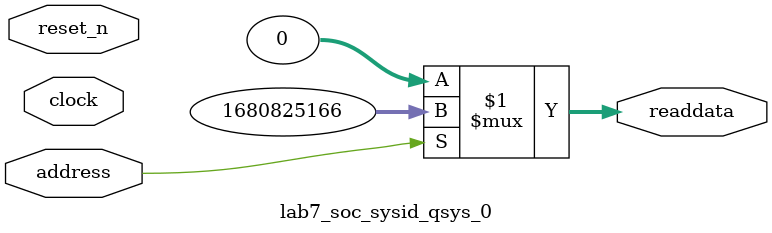
<source format=v>



// synthesis translate_off
`timescale 1ns / 1ps
// synthesis translate_on

// turn off superfluous verilog processor warnings 
// altera message_level Level1 
// altera message_off 10034 10035 10036 10037 10230 10240 10030 

module lab7_soc_sysid_qsys_0 (
               // inputs:
                address,
                clock,
                reset_n,

               // outputs:
                readdata
             )
;

  output  [ 31: 0] readdata;
  input            address;
  input            clock;
  input            reset_n;

  wire    [ 31: 0] readdata;
  //control_slave, which is an e_avalon_slave
  assign readdata = address ? 1680825166 : 0;

endmodule



</source>
